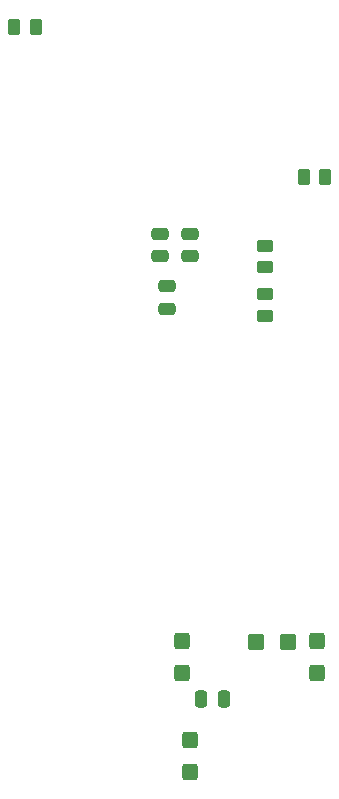
<source format=gbr>
%TF.GenerationSoftware,KiCad,Pcbnew,9.0.2+1*%
%TF.CreationDate,2025-07-26T23:55:51+01:00*%
%TF.ProjectId,ICE40HXDevBoardVGA,49434534-3048-4584-9465-76426f617264,rev?*%
%TF.SameCoordinates,Original*%
%TF.FileFunction,Paste,Bot*%
%TF.FilePolarity,Positive*%
%FSLAX46Y46*%
G04 Gerber Fmt 4.6, Leading zero omitted, Abs format (unit mm)*
G04 Created by KiCad (PCBNEW 9.0.2+1) date 2025-07-26 23:55:51*
%MOMM*%
%LPD*%
G01*
G04 APERTURE LIST*
G04 Aperture macros list*
%AMRoundRect*
0 Rectangle with rounded corners*
0 $1 Rounding radius*
0 $2 $3 $4 $5 $6 $7 $8 $9 X,Y pos of 4 corners*
0 Add a 4 corners polygon primitive as box body*
4,1,4,$2,$3,$4,$5,$6,$7,$8,$9,$2,$3,0*
0 Add four circle primitives for the rounded corners*
1,1,$1+$1,$2,$3*
1,1,$1+$1,$4,$5*
1,1,$1+$1,$6,$7*
1,1,$1+$1,$8,$9*
0 Add four rect primitives between the rounded corners*
20,1,$1+$1,$2,$3,$4,$5,0*
20,1,$1+$1,$4,$5,$6,$7,0*
20,1,$1+$1,$6,$7,$8,$9,0*
20,1,$1+$1,$8,$9,$2,$3,0*%
G04 Aperture macros list end*
%ADD10RoundRect,0.250000X0.250000X0.475000X-0.250000X0.475000X-0.250000X-0.475000X0.250000X-0.475000X0*%
%ADD11RoundRect,0.250000X-0.450000X-0.425000X0.450000X-0.425000X0.450000X0.425000X-0.450000X0.425000X0*%
%ADD12RoundRect,0.250000X-0.450000X0.262500X-0.450000X-0.262500X0.450000X-0.262500X0.450000X0.262500X0*%
%ADD13RoundRect,0.250000X-0.475000X0.250000X-0.475000X-0.250000X0.475000X-0.250000X0.475000X0.250000X0*%
%ADD14RoundRect,0.250000X-0.262500X-0.450000X0.262500X-0.450000X0.262500X0.450000X-0.262500X0.450000X0*%
%ADD15RoundRect,0.250000X0.425000X-0.450000X0.425000X0.450000X-0.425000X0.450000X-0.425000X-0.450000X0*%
%ADD16RoundRect,0.250000X-0.425000X0.450000X-0.425000X-0.450000X0.425000X-0.450000X0.425000X0.450000X0*%
G04 APERTURE END LIST*
D10*
%TO.C,C7*%
X103820000Y-133731000D03*
X101920000Y-133731000D03*
%TD*%
D11*
%TO.C,C12*%
X106600000Y-128905000D03*
X109300000Y-128905000D03*
%TD*%
D12*
%TO.C,R4*%
X107315000Y-99417500D03*
X107315000Y-101242500D03*
%TD*%
D13*
%TO.C,C2*%
X98425000Y-94300000D03*
X98425000Y-96200000D03*
%TD*%
D14*
%TO.C,R12*%
X86082500Y-76835000D03*
X87907500Y-76835000D03*
%TD*%
D15*
%TO.C,C4*%
X100330000Y-131525000D03*
X100330000Y-128825000D03*
%TD*%
D12*
%TO.C,R3*%
X107315000Y-95330000D03*
X107315000Y-97155000D03*
%TD*%
D14*
%TO.C,R1*%
X110593500Y-89535000D03*
X112418500Y-89535000D03*
%TD*%
D13*
%TO.C,C3*%
X99060000Y-98745000D03*
X99060000Y-100645000D03*
%TD*%
%TO.C,C1*%
X100965000Y-94300000D03*
X100965000Y-96200000D03*
%TD*%
D16*
%TO.C,C8*%
X100965000Y-137160000D03*
X100965000Y-139860000D03*
%TD*%
D15*
%TO.C,C13*%
X111760000Y-131525000D03*
X111760000Y-128825000D03*
%TD*%
M02*

</source>
